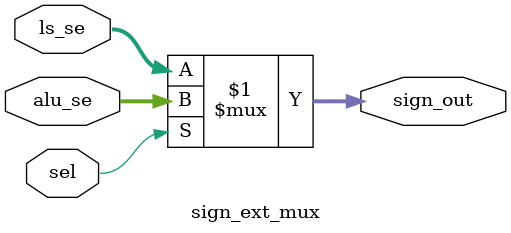
<source format=v>
`timescale 1ns / 1ps
module sign_ext_mux(
	input wire [31:0] alu_se, ls_se,
	input wire sel,
	output reg [31:0] sign_out
    );
	 
	assign sign_out = sel ? alu_se : ls_se;

endmodule

</source>
